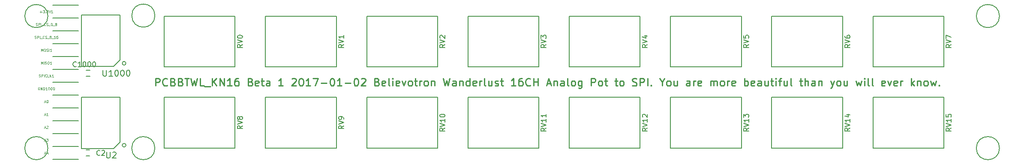
<source format=gbr>
G04 #@! TF.FileFunction,Legend,Top*
%FSLAX46Y46*%
G04 Gerber Fmt 4.6, Leading zero omitted, Abs format (unit mm)*
G04 Created by KiCad (PCBNEW 4.0.4-stable) date 01/02/17 17:56:56*
%MOMM*%
%LPD*%
G01*
G04 APERTURE LIST*
%ADD10C,0.100000*%
%ADD11C,0.250000*%
%ADD12C,0.150000*%
%ADD13C,0.125000*%
G04 APERTURE END LIST*
D10*
D11*
X26519143Y15323429D02*
X26519143Y16823429D01*
X27090571Y16823429D01*
X27233429Y16752000D01*
X27304857Y16680571D01*
X27376286Y16537714D01*
X27376286Y16323429D01*
X27304857Y16180571D01*
X27233429Y16109143D01*
X27090571Y16037714D01*
X26519143Y16037714D01*
X28876286Y15466286D02*
X28804857Y15394857D01*
X28590571Y15323429D01*
X28447714Y15323429D01*
X28233429Y15394857D01*
X28090571Y15537714D01*
X28019143Y15680571D01*
X27947714Y15966286D01*
X27947714Y16180571D01*
X28019143Y16466286D01*
X28090571Y16609143D01*
X28233429Y16752000D01*
X28447714Y16823429D01*
X28590571Y16823429D01*
X28804857Y16752000D01*
X28876286Y16680571D01*
X30019143Y16109143D02*
X30233429Y16037714D01*
X30304857Y15966286D01*
X30376286Y15823429D01*
X30376286Y15609143D01*
X30304857Y15466286D01*
X30233429Y15394857D01*
X30090571Y15323429D01*
X29519143Y15323429D01*
X29519143Y16823429D01*
X30019143Y16823429D01*
X30162000Y16752000D01*
X30233429Y16680571D01*
X30304857Y16537714D01*
X30304857Y16394857D01*
X30233429Y16252000D01*
X30162000Y16180571D01*
X30019143Y16109143D01*
X29519143Y16109143D01*
X31519143Y16109143D02*
X31733429Y16037714D01*
X31804857Y15966286D01*
X31876286Y15823429D01*
X31876286Y15609143D01*
X31804857Y15466286D01*
X31733429Y15394857D01*
X31590571Y15323429D01*
X31019143Y15323429D01*
X31019143Y16823429D01*
X31519143Y16823429D01*
X31662000Y16752000D01*
X31733429Y16680571D01*
X31804857Y16537714D01*
X31804857Y16394857D01*
X31733429Y16252000D01*
X31662000Y16180571D01*
X31519143Y16109143D01*
X31019143Y16109143D01*
X32304857Y16823429D02*
X33162000Y16823429D01*
X32733429Y15323429D02*
X32733429Y16823429D01*
X33519143Y16823429D02*
X33876286Y15323429D01*
X34162000Y16394857D01*
X34447714Y15323429D01*
X34804857Y16823429D01*
X36090572Y15323429D02*
X35376286Y15323429D01*
X35376286Y16823429D01*
X36233429Y15180571D02*
X37376286Y15180571D01*
X37733429Y15323429D02*
X37733429Y16823429D01*
X38590572Y15323429D02*
X37947715Y16180571D01*
X38590572Y16823429D02*
X37733429Y15966286D01*
X39233429Y15323429D02*
X39233429Y16823429D01*
X40090572Y15323429D01*
X40090572Y16823429D01*
X41590572Y15323429D02*
X40733429Y15323429D01*
X41162001Y15323429D02*
X41162001Y16823429D01*
X41019144Y16609143D01*
X40876286Y16466286D01*
X40733429Y16394857D01*
X42876286Y16823429D02*
X42590572Y16823429D01*
X42447715Y16752000D01*
X42376286Y16680571D01*
X42233429Y16466286D01*
X42162000Y16180571D01*
X42162000Y15609143D01*
X42233429Y15466286D01*
X42304857Y15394857D01*
X42447715Y15323429D01*
X42733429Y15323429D01*
X42876286Y15394857D01*
X42947715Y15466286D01*
X43019143Y15609143D01*
X43019143Y15966286D01*
X42947715Y16109143D01*
X42876286Y16180571D01*
X42733429Y16252000D01*
X42447715Y16252000D01*
X42304857Y16180571D01*
X42233429Y16109143D01*
X42162000Y15966286D01*
X45304857Y16109143D02*
X45519143Y16037714D01*
X45590571Y15966286D01*
X45662000Y15823429D01*
X45662000Y15609143D01*
X45590571Y15466286D01*
X45519143Y15394857D01*
X45376285Y15323429D01*
X44804857Y15323429D01*
X44804857Y16823429D01*
X45304857Y16823429D01*
X45447714Y16752000D01*
X45519143Y16680571D01*
X45590571Y16537714D01*
X45590571Y16394857D01*
X45519143Y16252000D01*
X45447714Y16180571D01*
X45304857Y16109143D01*
X44804857Y16109143D01*
X46876285Y15394857D02*
X46733428Y15323429D01*
X46447714Y15323429D01*
X46304857Y15394857D01*
X46233428Y15537714D01*
X46233428Y16109143D01*
X46304857Y16252000D01*
X46447714Y16323429D01*
X46733428Y16323429D01*
X46876285Y16252000D01*
X46947714Y16109143D01*
X46947714Y15966286D01*
X46233428Y15823429D01*
X47376285Y16323429D02*
X47947714Y16323429D01*
X47590571Y16823429D02*
X47590571Y15537714D01*
X47661999Y15394857D01*
X47804857Y15323429D01*
X47947714Y15323429D01*
X49090571Y15323429D02*
X49090571Y16109143D01*
X49019142Y16252000D01*
X48876285Y16323429D01*
X48590571Y16323429D01*
X48447714Y16252000D01*
X49090571Y15394857D02*
X48947714Y15323429D01*
X48590571Y15323429D01*
X48447714Y15394857D01*
X48376285Y15537714D01*
X48376285Y15680571D01*
X48447714Y15823429D01*
X48590571Y15894857D01*
X48947714Y15894857D01*
X49090571Y15966286D01*
X51733428Y15323429D02*
X50876285Y15323429D01*
X51304857Y15323429D02*
X51304857Y16823429D01*
X51162000Y16609143D01*
X51019142Y16466286D01*
X50876285Y16394857D01*
X53447713Y16680571D02*
X53519142Y16752000D01*
X53661999Y16823429D01*
X54019142Y16823429D01*
X54161999Y16752000D01*
X54233428Y16680571D01*
X54304856Y16537714D01*
X54304856Y16394857D01*
X54233428Y16180571D01*
X53376285Y15323429D01*
X54304856Y15323429D01*
X55233427Y16823429D02*
X55376284Y16823429D01*
X55519141Y16752000D01*
X55590570Y16680571D01*
X55661999Y16537714D01*
X55733427Y16252000D01*
X55733427Y15894857D01*
X55661999Y15609143D01*
X55590570Y15466286D01*
X55519141Y15394857D01*
X55376284Y15323429D01*
X55233427Y15323429D01*
X55090570Y15394857D01*
X55019141Y15466286D01*
X54947713Y15609143D01*
X54876284Y15894857D01*
X54876284Y16252000D01*
X54947713Y16537714D01*
X55019141Y16680571D01*
X55090570Y16752000D01*
X55233427Y16823429D01*
X57161998Y15323429D02*
X56304855Y15323429D01*
X56733427Y15323429D02*
X56733427Y16823429D01*
X56590570Y16609143D01*
X56447712Y16466286D01*
X56304855Y16394857D01*
X57661998Y16823429D02*
X58661998Y16823429D01*
X58019141Y15323429D01*
X59233426Y15894857D02*
X60376283Y15894857D01*
X61376283Y16823429D02*
X61519140Y16823429D01*
X61661997Y16752000D01*
X61733426Y16680571D01*
X61804855Y16537714D01*
X61876283Y16252000D01*
X61876283Y15894857D01*
X61804855Y15609143D01*
X61733426Y15466286D01*
X61661997Y15394857D01*
X61519140Y15323429D01*
X61376283Y15323429D01*
X61233426Y15394857D01*
X61161997Y15466286D01*
X61090569Y15609143D01*
X61019140Y15894857D01*
X61019140Y16252000D01*
X61090569Y16537714D01*
X61161997Y16680571D01*
X61233426Y16752000D01*
X61376283Y16823429D01*
X63304854Y15323429D02*
X62447711Y15323429D01*
X62876283Y15323429D02*
X62876283Y16823429D01*
X62733426Y16609143D01*
X62590568Y16466286D01*
X62447711Y16394857D01*
X63947711Y15894857D02*
X65090568Y15894857D01*
X66090568Y16823429D02*
X66233425Y16823429D01*
X66376282Y16752000D01*
X66447711Y16680571D01*
X66519140Y16537714D01*
X66590568Y16252000D01*
X66590568Y15894857D01*
X66519140Y15609143D01*
X66447711Y15466286D01*
X66376282Y15394857D01*
X66233425Y15323429D01*
X66090568Y15323429D01*
X65947711Y15394857D01*
X65876282Y15466286D01*
X65804854Y15609143D01*
X65733425Y15894857D01*
X65733425Y16252000D01*
X65804854Y16537714D01*
X65876282Y16680571D01*
X65947711Y16752000D01*
X66090568Y16823429D01*
X67161996Y16680571D02*
X67233425Y16752000D01*
X67376282Y16823429D01*
X67733425Y16823429D01*
X67876282Y16752000D01*
X67947711Y16680571D01*
X68019139Y16537714D01*
X68019139Y16394857D01*
X67947711Y16180571D01*
X67090568Y15323429D01*
X68019139Y15323429D01*
X70304853Y16109143D02*
X70519139Y16037714D01*
X70590567Y15966286D01*
X70661996Y15823429D01*
X70661996Y15609143D01*
X70590567Y15466286D01*
X70519139Y15394857D01*
X70376281Y15323429D01*
X69804853Y15323429D01*
X69804853Y16823429D01*
X70304853Y16823429D01*
X70447710Y16752000D01*
X70519139Y16680571D01*
X70590567Y16537714D01*
X70590567Y16394857D01*
X70519139Y16252000D01*
X70447710Y16180571D01*
X70304853Y16109143D01*
X69804853Y16109143D01*
X71876281Y15394857D02*
X71733424Y15323429D01*
X71447710Y15323429D01*
X71304853Y15394857D01*
X71233424Y15537714D01*
X71233424Y16109143D01*
X71304853Y16252000D01*
X71447710Y16323429D01*
X71733424Y16323429D01*
X71876281Y16252000D01*
X71947710Y16109143D01*
X71947710Y15966286D01*
X71233424Y15823429D01*
X72804853Y15323429D02*
X72661995Y15394857D01*
X72590567Y15537714D01*
X72590567Y16823429D01*
X73376281Y15323429D02*
X73376281Y16323429D01*
X73376281Y16823429D02*
X73304852Y16752000D01*
X73376281Y16680571D01*
X73447709Y16752000D01*
X73376281Y16823429D01*
X73376281Y16680571D01*
X74661995Y15394857D02*
X74519138Y15323429D01*
X74233424Y15323429D01*
X74090567Y15394857D01*
X74019138Y15537714D01*
X74019138Y16109143D01*
X74090567Y16252000D01*
X74233424Y16323429D01*
X74519138Y16323429D01*
X74661995Y16252000D01*
X74733424Y16109143D01*
X74733424Y15966286D01*
X74019138Y15823429D01*
X75233424Y16323429D02*
X75590567Y15323429D01*
X75947709Y16323429D01*
X76733424Y15323429D02*
X76590566Y15394857D01*
X76519138Y15466286D01*
X76447709Y15609143D01*
X76447709Y16037714D01*
X76519138Y16180571D01*
X76590566Y16252000D01*
X76733424Y16323429D01*
X76947709Y16323429D01*
X77090566Y16252000D01*
X77161995Y16180571D01*
X77233424Y16037714D01*
X77233424Y15609143D01*
X77161995Y15466286D01*
X77090566Y15394857D01*
X76947709Y15323429D01*
X76733424Y15323429D01*
X77661995Y16323429D02*
X78233424Y16323429D01*
X77876281Y16823429D02*
X77876281Y15537714D01*
X77947709Y15394857D01*
X78090567Y15323429D01*
X78233424Y15323429D01*
X78733424Y15323429D02*
X78733424Y16323429D01*
X78733424Y16037714D02*
X78804852Y16180571D01*
X78876281Y16252000D01*
X79019138Y16323429D01*
X79161995Y16323429D01*
X79876281Y15323429D02*
X79733423Y15394857D01*
X79661995Y15466286D01*
X79590566Y15609143D01*
X79590566Y16037714D01*
X79661995Y16180571D01*
X79733423Y16252000D01*
X79876281Y16323429D01*
X80090566Y16323429D01*
X80233423Y16252000D01*
X80304852Y16180571D01*
X80376281Y16037714D01*
X80376281Y15609143D01*
X80304852Y15466286D01*
X80233423Y15394857D01*
X80090566Y15323429D01*
X79876281Y15323429D01*
X81019138Y16323429D02*
X81019138Y15323429D01*
X81019138Y16180571D02*
X81090566Y16252000D01*
X81233424Y16323429D01*
X81447709Y16323429D01*
X81590566Y16252000D01*
X81661995Y16109143D01*
X81661995Y15323429D01*
X83376281Y16823429D02*
X83733424Y15323429D01*
X84019138Y16394857D01*
X84304852Y15323429D01*
X84661995Y16823429D01*
X85876281Y15323429D02*
X85876281Y16109143D01*
X85804852Y16252000D01*
X85661995Y16323429D01*
X85376281Y16323429D01*
X85233424Y16252000D01*
X85876281Y15394857D02*
X85733424Y15323429D01*
X85376281Y15323429D01*
X85233424Y15394857D01*
X85161995Y15537714D01*
X85161995Y15680571D01*
X85233424Y15823429D01*
X85376281Y15894857D01*
X85733424Y15894857D01*
X85876281Y15966286D01*
X86590567Y16323429D02*
X86590567Y15323429D01*
X86590567Y16180571D02*
X86661995Y16252000D01*
X86804853Y16323429D01*
X87019138Y16323429D01*
X87161995Y16252000D01*
X87233424Y16109143D01*
X87233424Y15323429D01*
X88590567Y15323429D02*
X88590567Y16823429D01*
X88590567Y15394857D02*
X88447710Y15323429D01*
X88161996Y15323429D01*
X88019138Y15394857D01*
X87947710Y15466286D01*
X87876281Y15609143D01*
X87876281Y16037714D01*
X87947710Y16180571D01*
X88019138Y16252000D01*
X88161996Y16323429D01*
X88447710Y16323429D01*
X88590567Y16252000D01*
X89876281Y15394857D02*
X89733424Y15323429D01*
X89447710Y15323429D01*
X89304853Y15394857D01*
X89233424Y15537714D01*
X89233424Y16109143D01*
X89304853Y16252000D01*
X89447710Y16323429D01*
X89733424Y16323429D01*
X89876281Y16252000D01*
X89947710Y16109143D01*
X89947710Y15966286D01*
X89233424Y15823429D01*
X90590567Y15323429D02*
X90590567Y16323429D01*
X90590567Y16037714D02*
X90661995Y16180571D01*
X90733424Y16252000D01*
X90876281Y16323429D01*
X91019138Y16323429D01*
X91733424Y15323429D02*
X91590566Y15394857D01*
X91519138Y15537714D01*
X91519138Y16823429D01*
X92947709Y16323429D02*
X92947709Y15323429D01*
X92304852Y16323429D02*
X92304852Y15537714D01*
X92376280Y15394857D01*
X92519138Y15323429D01*
X92733423Y15323429D01*
X92876280Y15394857D01*
X92947709Y15466286D01*
X93590566Y15394857D02*
X93733423Y15323429D01*
X94019138Y15323429D01*
X94161995Y15394857D01*
X94233423Y15537714D01*
X94233423Y15609143D01*
X94161995Y15752000D01*
X94019138Y15823429D01*
X93804852Y15823429D01*
X93661995Y15894857D01*
X93590566Y16037714D01*
X93590566Y16109143D01*
X93661995Y16252000D01*
X93804852Y16323429D01*
X94019138Y16323429D01*
X94161995Y16252000D01*
X94661995Y16323429D02*
X95233424Y16323429D01*
X94876281Y16823429D02*
X94876281Y15537714D01*
X94947709Y15394857D01*
X95090567Y15323429D01*
X95233424Y15323429D01*
X97661995Y15323429D02*
X96804852Y15323429D01*
X97233424Y15323429D02*
X97233424Y16823429D01*
X97090567Y16609143D01*
X96947709Y16466286D01*
X96804852Y16394857D01*
X98947709Y16823429D02*
X98661995Y16823429D01*
X98519138Y16752000D01*
X98447709Y16680571D01*
X98304852Y16466286D01*
X98233423Y16180571D01*
X98233423Y15609143D01*
X98304852Y15466286D01*
X98376280Y15394857D01*
X98519138Y15323429D01*
X98804852Y15323429D01*
X98947709Y15394857D01*
X99019138Y15466286D01*
X99090566Y15609143D01*
X99090566Y15966286D01*
X99019138Y16109143D01*
X98947709Y16180571D01*
X98804852Y16252000D01*
X98519138Y16252000D01*
X98376280Y16180571D01*
X98304852Y16109143D01*
X98233423Y15966286D01*
X100590566Y15466286D02*
X100519137Y15394857D01*
X100304851Y15323429D01*
X100161994Y15323429D01*
X99947709Y15394857D01*
X99804851Y15537714D01*
X99733423Y15680571D01*
X99661994Y15966286D01*
X99661994Y16180571D01*
X99733423Y16466286D01*
X99804851Y16609143D01*
X99947709Y16752000D01*
X100161994Y16823429D01*
X100304851Y16823429D01*
X100519137Y16752000D01*
X100590566Y16680571D01*
X101233423Y15323429D02*
X101233423Y16823429D01*
X101233423Y16109143D02*
X102090566Y16109143D01*
X102090566Y15323429D02*
X102090566Y16823429D01*
X103876280Y15752000D02*
X104590566Y15752000D01*
X103733423Y15323429D02*
X104233423Y16823429D01*
X104733423Y15323429D01*
X105233423Y16323429D02*
X105233423Y15323429D01*
X105233423Y16180571D02*
X105304851Y16252000D01*
X105447709Y16323429D01*
X105661994Y16323429D01*
X105804851Y16252000D01*
X105876280Y16109143D01*
X105876280Y15323429D01*
X107233423Y15323429D02*
X107233423Y16109143D01*
X107161994Y16252000D01*
X107019137Y16323429D01*
X106733423Y16323429D01*
X106590566Y16252000D01*
X107233423Y15394857D02*
X107090566Y15323429D01*
X106733423Y15323429D01*
X106590566Y15394857D01*
X106519137Y15537714D01*
X106519137Y15680571D01*
X106590566Y15823429D01*
X106733423Y15894857D01*
X107090566Y15894857D01*
X107233423Y15966286D01*
X108161995Y15323429D02*
X108019137Y15394857D01*
X107947709Y15537714D01*
X107947709Y16823429D01*
X108947709Y15323429D02*
X108804851Y15394857D01*
X108733423Y15466286D01*
X108661994Y15609143D01*
X108661994Y16037714D01*
X108733423Y16180571D01*
X108804851Y16252000D01*
X108947709Y16323429D01*
X109161994Y16323429D01*
X109304851Y16252000D01*
X109376280Y16180571D01*
X109447709Y16037714D01*
X109447709Y15609143D01*
X109376280Y15466286D01*
X109304851Y15394857D01*
X109161994Y15323429D01*
X108947709Y15323429D01*
X110733423Y16323429D02*
X110733423Y15109143D01*
X110661994Y14966286D01*
X110590566Y14894857D01*
X110447709Y14823429D01*
X110233423Y14823429D01*
X110090566Y14894857D01*
X110733423Y15394857D02*
X110590566Y15323429D01*
X110304852Y15323429D01*
X110161994Y15394857D01*
X110090566Y15466286D01*
X110019137Y15609143D01*
X110019137Y16037714D01*
X110090566Y16180571D01*
X110161994Y16252000D01*
X110304852Y16323429D01*
X110590566Y16323429D01*
X110733423Y16252000D01*
X112590566Y15323429D02*
X112590566Y16823429D01*
X113161994Y16823429D01*
X113304852Y16752000D01*
X113376280Y16680571D01*
X113447709Y16537714D01*
X113447709Y16323429D01*
X113376280Y16180571D01*
X113304852Y16109143D01*
X113161994Y16037714D01*
X112590566Y16037714D01*
X114304852Y15323429D02*
X114161994Y15394857D01*
X114090566Y15466286D01*
X114019137Y15609143D01*
X114019137Y16037714D01*
X114090566Y16180571D01*
X114161994Y16252000D01*
X114304852Y16323429D01*
X114519137Y16323429D01*
X114661994Y16252000D01*
X114733423Y16180571D01*
X114804852Y16037714D01*
X114804852Y15609143D01*
X114733423Y15466286D01*
X114661994Y15394857D01*
X114519137Y15323429D01*
X114304852Y15323429D01*
X115233423Y16323429D02*
X115804852Y16323429D01*
X115447709Y16823429D02*
X115447709Y15537714D01*
X115519137Y15394857D01*
X115661995Y15323429D01*
X115804852Y15323429D01*
X117233423Y16323429D02*
X117804852Y16323429D01*
X117447709Y16823429D02*
X117447709Y15537714D01*
X117519137Y15394857D01*
X117661995Y15323429D01*
X117804852Y15323429D01*
X118519138Y15323429D02*
X118376280Y15394857D01*
X118304852Y15466286D01*
X118233423Y15609143D01*
X118233423Y16037714D01*
X118304852Y16180571D01*
X118376280Y16252000D01*
X118519138Y16323429D01*
X118733423Y16323429D01*
X118876280Y16252000D01*
X118947709Y16180571D01*
X119019138Y16037714D01*
X119019138Y15609143D01*
X118947709Y15466286D01*
X118876280Y15394857D01*
X118733423Y15323429D01*
X118519138Y15323429D01*
X120733423Y15394857D02*
X120947709Y15323429D01*
X121304852Y15323429D01*
X121447709Y15394857D01*
X121519138Y15466286D01*
X121590566Y15609143D01*
X121590566Y15752000D01*
X121519138Y15894857D01*
X121447709Y15966286D01*
X121304852Y16037714D01*
X121019138Y16109143D01*
X120876280Y16180571D01*
X120804852Y16252000D01*
X120733423Y16394857D01*
X120733423Y16537714D01*
X120804852Y16680571D01*
X120876280Y16752000D01*
X121019138Y16823429D01*
X121376280Y16823429D01*
X121590566Y16752000D01*
X122233423Y15323429D02*
X122233423Y16823429D01*
X122804851Y16823429D01*
X122947709Y16752000D01*
X123019137Y16680571D01*
X123090566Y16537714D01*
X123090566Y16323429D01*
X123019137Y16180571D01*
X122947709Y16109143D01*
X122804851Y16037714D01*
X122233423Y16037714D01*
X123733423Y15323429D02*
X123733423Y16823429D01*
X124447709Y15466286D02*
X124519137Y15394857D01*
X124447709Y15323429D01*
X124376280Y15394857D01*
X124447709Y15466286D01*
X124447709Y15323429D01*
X126590566Y16037714D02*
X126590566Y15323429D01*
X126090566Y16823429D02*
X126590566Y16037714D01*
X127090566Y16823429D01*
X127804852Y15323429D02*
X127661994Y15394857D01*
X127590566Y15466286D01*
X127519137Y15609143D01*
X127519137Y16037714D01*
X127590566Y16180571D01*
X127661994Y16252000D01*
X127804852Y16323429D01*
X128019137Y16323429D01*
X128161994Y16252000D01*
X128233423Y16180571D01*
X128304852Y16037714D01*
X128304852Y15609143D01*
X128233423Y15466286D01*
X128161994Y15394857D01*
X128019137Y15323429D01*
X127804852Y15323429D01*
X129590566Y16323429D02*
X129590566Y15323429D01*
X128947709Y16323429D02*
X128947709Y15537714D01*
X129019137Y15394857D01*
X129161995Y15323429D01*
X129376280Y15323429D01*
X129519137Y15394857D01*
X129590566Y15466286D01*
X132090566Y15323429D02*
X132090566Y16109143D01*
X132019137Y16252000D01*
X131876280Y16323429D01*
X131590566Y16323429D01*
X131447709Y16252000D01*
X132090566Y15394857D02*
X131947709Y15323429D01*
X131590566Y15323429D01*
X131447709Y15394857D01*
X131376280Y15537714D01*
X131376280Y15680571D01*
X131447709Y15823429D01*
X131590566Y15894857D01*
X131947709Y15894857D01*
X132090566Y15966286D01*
X132804852Y15323429D02*
X132804852Y16323429D01*
X132804852Y16037714D02*
X132876280Y16180571D01*
X132947709Y16252000D01*
X133090566Y16323429D01*
X133233423Y16323429D01*
X134304851Y15394857D02*
X134161994Y15323429D01*
X133876280Y15323429D01*
X133733423Y15394857D01*
X133661994Y15537714D01*
X133661994Y16109143D01*
X133733423Y16252000D01*
X133876280Y16323429D01*
X134161994Y16323429D01*
X134304851Y16252000D01*
X134376280Y16109143D01*
X134376280Y15966286D01*
X133661994Y15823429D01*
X136161994Y15323429D02*
X136161994Y16323429D01*
X136161994Y16180571D02*
X136233422Y16252000D01*
X136376280Y16323429D01*
X136590565Y16323429D01*
X136733422Y16252000D01*
X136804851Y16109143D01*
X136804851Y15323429D01*
X136804851Y16109143D02*
X136876280Y16252000D01*
X137019137Y16323429D01*
X137233422Y16323429D01*
X137376280Y16252000D01*
X137447708Y16109143D01*
X137447708Y15323429D01*
X138376280Y15323429D02*
X138233422Y15394857D01*
X138161994Y15466286D01*
X138090565Y15609143D01*
X138090565Y16037714D01*
X138161994Y16180571D01*
X138233422Y16252000D01*
X138376280Y16323429D01*
X138590565Y16323429D01*
X138733422Y16252000D01*
X138804851Y16180571D01*
X138876280Y16037714D01*
X138876280Y15609143D01*
X138804851Y15466286D01*
X138733422Y15394857D01*
X138590565Y15323429D01*
X138376280Y15323429D01*
X139519137Y15323429D02*
X139519137Y16323429D01*
X139519137Y16037714D02*
X139590565Y16180571D01*
X139661994Y16252000D01*
X139804851Y16323429D01*
X139947708Y16323429D01*
X141019136Y15394857D02*
X140876279Y15323429D01*
X140590565Y15323429D01*
X140447708Y15394857D01*
X140376279Y15537714D01*
X140376279Y16109143D01*
X140447708Y16252000D01*
X140590565Y16323429D01*
X140876279Y16323429D01*
X141019136Y16252000D01*
X141090565Y16109143D01*
X141090565Y15966286D01*
X140376279Y15823429D01*
X142876279Y15323429D02*
X142876279Y16823429D01*
X142876279Y16252000D02*
X143019136Y16323429D01*
X143304850Y16323429D01*
X143447707Y16252000D01*
X143519136Y16180571D01*
X143590565Y16037714D01*
X143590565Y15609143D01*
X143519136Y15466286D01*
X143447707Y15394857D01*
X143304850Y15323429D01*
X143019136Y15323429D01*
X142876279Y15394857D01*
X144804850Y15394857D02*
X144661993Y15323429D01*
X144376279Y15323429D01*
X144233422Y15394857D01*
X144161993Y15537714D01*
X144161993Y16109143D01*
X144233422Y16252000D01*
X144376279Y16323429D01*
X144661993Y16323429D01*
X144804850Y16252000D01*
X144876279Y16109143D01*
X144876279Y15966286D01*
X144161993Y15823429D01*
X146161993Y15323429D02*
X146161993Y16109143D01*
X146090564Y16252000D01*
X145947707Y16323429D01*
X145661993Y16323429D01*
X145519136Y16252000D01*
X146161993Y15394857D02*
X146019136Y15323429D01*
X145661993Y15323429D01*
X145519136Y15394857D01*
X145447707Y15537714D01*
X145447707Y15680571D01*
X145519136Y15823429D01*
X145661993Y15894857D01*
X146019136Y15894857D01*
X146161993Y15966286D01*
X147519136Y16323429D02*
X147519136Y15323429D01*
X146876279Y16323429D02*
X146876279Y15537714D01*
X146947707Y15394857D01*
X147090565Y15323429D01*
X147304850Y15323429D01*
X147447707Y15394857D01*
X147519136Y15466286D01*
X148019136Y16323429D02*
X148590565Y16323429D01*
X148233422Y16823429D02*
X148233422Y15537714D01*
X148304850Y15394857D01*
X148447708Y15323429D01*
X148590565Y15323429D01*
X149090565Y15323429D02*
X149090565Y16323429D01*
X149090565Y16823429D02*
X149019136Y16752000D01*
X149090565Y16680571D01*
X149161993Y16752000D01*
X149090565Y16823429D01*
X149090565Y16680571D01*
X149590565Y16323429D02*
X150161994Y16323429D01*
X149804851Y15323429D02*
X149804851Y16609143D01*
X149876279Y16752000D01*
X150019137Y16823429D01*
X150161994Y16823429D01*
X151304851Y16323429D02*
X151304851Y15323429D01*
X150661994Y16323429D02*
X150661994Y15537714D01*
X150733422Y15394857D01*
X150876280Y15323429D01*
X151090565Y15323429D01*
X151233422Y15394857D01*
X151304851Y15466286D01*
X152233423Y15323429D02*
X152090565Y15394857D01*
X152019137Y15537714D01*
X152019137Y16823429D01*
X153733422Y16323429D02*
X154304851Y16323429D01*
X153947708Y16823429D02*
X153947708Y15537714D01*
X154019136Y15394857D01*
X154161994Y15323429D01*
X154304851Y15323429D01*
X154804851Y15323429D02*
X154804851Y16823429D01*
X155447708Y15323429D02*
X155447708Y16109143D01*
X155376279Y16252000D01*
X155233422Y16323429D01*
X155019137Y16323429D01*
X154876279Y16252000D01*
X154804851Y16180571D01*
X156804851Y15323429D02*
X156804851Y16109143D01*
X156733422Y16252000D01*
X156590565Y16323429D01*
X156304851Y16323429D01*
X156161994Y16252000D01*
X156804851Y15394857D02*
X156661994Y15323429D01*
X156304851Y15323429D01*
X156161994Y15394857D01*
X156090565Y15537714D01*
X156090565Y15680571D01*
X156161994Y15823429D01*
X156304851Y15894857D01*
X156661994Y15894857D01*
X156804851Y15966286D01*
X157519137Y16323429D02*
X157519137Y15323429D01*
X157519137Y16180571D02*
X157590565Y16252000D01*
X157733423Y16323429D01*
X157947708Y16323429D01*
X158090565Y16252000D01*
X158161994Y16109143D01*
X158161994Y15323429D01*
X159876280Y16323429D02*
X160233423Y15323429D01*
X160590565Y16323429D02*
X160233423Y15323429D01*
X160090565Y14966286D01*
X160019137Y14894857D01*
X159876280Y14823429D01*
X161376280Y15323429D02*
X161233422Y15394857D01*
X161161994Y15466286D01*
X161090565Y15609143D01*
X161090565Y16037714D01*
X161161994Y16180571D01*
X161233422Y16252000D01*
X161376280Y16323429D01*
X161590565Y16323429D01*
X161733422Y16252000D01*
X161804851Y16180571D01*
X161876280Y16037714D01*
X161876280Y15609143D01*
X161804851Y15466286D01*
X161733422Y15394857D01*
X161590565Y15323429D01*
X161376280Y15323429D01*
X163161994Y16323429D02*
X163161994Y15323429D01*
X162519137Y16323429D02*
X162519137Y15537714D01*
X162590565Y15394857D01*
X162733423Y15323429D01*
X162947708Y15323429D01*
X163090565Y15394857D01*
X163161994Y15466286D01*
X164876280Y16323429D02*
X165161994Y15323429D01*
X165447708Y16037714D01*
X165733423Y15323429D01*
X166019137Y16323429D01*
X166590566Y15323429D02*
X166590566Y16323429D01*
X166590566Y16823429D02*
X166519137Y16752000D01*
X166590566Y16680571D01*
X166661994Y16752000D01*
X166590566Y16823429D01*
X166590566Y16680571D01*
X167519138Y15323429D02*
X167376280Y15394857D01*
X167304852Y15537714D01*
X167304852Y16823429D01*
X168304852Y15323429D02*
X168161994Y15394857D01*
X168090566Y15537714D01*
X168090566Y16823429D01*
X170590565Y15394857D02*
X170447708Y15323429D01*
X170161994Y15323429D01*
X170019137Y15394857D01*
X169947708Y15537714D01*
X169947708Y16109143D01*
X170019137Y16252000D01*
X170161994Y16323429D01*
X170447708Y16323429D01*
X170590565Y16252000D01*
X170661994Y16109143D01*
X170661994Y15966286D01*
X169947708Y15823429D01*
X171161994Y16323429D02*
X171519137Y15323429D01*
X171876279Y16323429D01*
X173019136Y15394857D02*
X172876279Y15323429D01*
X172590565Y15323429D01*
X172447708Y15394857D01*
X172376279Y15537714D01*
X172376279Y16109143D01*
X172447708Y16252000D01*
X172590565Y16323429D01*
X172876279Y16323429D01*
X173019136Y16252000D01*
X173090565Y16109143D01*
X173090565Y15966286D01*
X172376279Y15823429D01*
X173733422Y15323429D02*
X173733422Y16323429D01*
X173733422Y16037714D02*
X173804850Y16180571D01*
X173876279Y16252000D01*
X174019136Y16323429D01*
X174161993Y16323429D01*
X175804850Y15323429D02*
X175804850Y16823429D01*
X175947707Y15894857D02*
X176376278Y15323429D01*
X176376278Y16323429D02*
X175804850Y15752000D01*
X177019136Y16323429D02*
X177019136Y15323429D01*
X177019136Y16180571D02*
X177090564Y16252000D01*
X177233422Y16323429D01*
X177447707Y16323429D01*
X177590564Y16252000D01*
X177661993Y16109143D01*
X177661993Y15323429D01*
X178590565Y15323429D02*
X178447707Y15394857D01*
X178376279Y15466286D01*
X178304850Y15609143D01*
X178304850Y16037714D01*
X178376279Y16180571D01*
X178447707Y16252000D01*
X178590565Y16323429D01*
X178804850Y16323429D01*
X178947707Y16252000D01*
X179019136Y16180571D01*
X179090565Y16037714D01*
X179090565Y15609143D01*
X179019136Y15466286D01*
X178947707Y15394857D01*
X178804850Y15323429D01*
X178590565Y15323429D01*
X179590565Y16323429D02*
X179876279Y15323429D01*
X180161993Y16037714D01*
X180447708Y15323429D01*
X180733422Y16323429D01*
X181304851Y15466286D02*
X181376279Y15394857D01*
X181304851Y15323429D01*
X181233422Y15394857D01*
X181304851Y15466286D01*
X181304851Y15323429D01*
D12*
X20691210Y19792600D02*
G75*
G03X20691210Y19792600I-359210J0D01*
G01*
X19570000Y29317600D02*
X11950000Y29317600D01*
X19570000Y20427600D02*
X19570000Y29317600D01*
X18300000Y19157600D02*
X19570000Y20427600D01*
X11950000Y19157600D02*
X18300000Y19157600D01*
X11950000Y29317600D02*
X11950000Y19157600D01*
X20691210Y3586400D02*
G75*
G03X20691210Y3586400I-359210J0D01*
G01*
X19570000Y13111400D02*
X11950000Y13111400D01*
X19570000Y4221400D02*
X19570000Y13111400D01*
X18300000Y2951400D02*
X19570000Y4221400D01*
X11950000Y2951400D02*
X18300000Y2951400D01*
X11950000Y13111400D02*
X11950000Y2951400D01*
X26416000Y29210000D02*
G75*
G03X26416000Y29210000I-2286000J0D01*
G01*
X26416000Y3000000D02*
G75*
G03X26416000Y3000000I-2286000J0D01*
G01*
X5286000Y29125000D02*
G75*
G03X5286000Y29125000I-2286000J0D01*
G01*
X5286000Y3000000D02*
G75*
G03X5286000Y3000000I-2286000J0D01*
G01*
X193246000Y3000000D02*
G75*
G03X193246000Y3000000I-2286000J0D01*
G01*
X108254800Y29094000D02*
X110254800Y29094000D01*
X108254800Y19094000D02*
X110254800Y19094000D01*
X109754800Y29094000D02*
X122254800Y29094000D01*
X108254800Y19094000D02*
X108254800Y29094000D01*
X122254800Y19094000D02*
X109754800Y19094000D01*
X122254800Y29094000D02*
X122254800Y19094000D01*
X168254800Y29094000D02*
X170254800Y29094000D01*
X168254800Y19094000D02*
X170254800Y19094000D01*
X169754800Y29094000D02*
X182254800Y29094000D01*
X168254800Y19094000D02*
X168254800Y29094000D01*
X182254800Y19094000D02*
X169754800Y19094000D01*
X182254800Y29094000D02*
X182254800Y19094000D01*
X28254800Y29094000D02*
X30254800Y29094000D01*
X28254800Y19094000D02*
X30254800Y19094000D01*
X29754800Y29094000D02*
X42254800Y29094000D01*
X28254800Y19094000D02*
X28254800Y29094000D01*
X42254800Y19094000D02*
X29754800Y19094000D01*
X42254800Y29094000D02*
X42254800Y19094000D01*
X48254800Y29094000D02*
X50254800Y29094000D01*
X48254800Y19094000D02*
X50254800Y19094000D01*
X49754800Y29094000D02*
X62254800Y29094000D01*
X48254800Y19094000D02*
X48254800Y29094000D01*
X62254800Y19094000D02*
X49754800Y19094000D01*
X62254800Y29094000D02*
X62254800Y19094000D01*
X68254800Y29094000D02*
X70254800Y29094000D01*
X68254800Y19094000D02*
X70254800Y19094000D01*
X69754800Y29094000D02*
X82254800Y29094000D01*
X68254800Y19094000D02*
X68254800Y29094000D01*
X82254800Y19094000D02*
X69754800Y19094000D01*
X82254800Y29094000D02*
X82254800Y19094000D01*
X88254800Y29094000D02*
X90254800Y29094000D01*
X88254800Y19094000D02*
X90254800Y19094000D01*
X89754800Y29094000D02*
X102254800Y29094000D01*
X88254800Y19094000D02*
X88254800Y29094000D01*
X102254800Y19094000D02*
X89754800Y19094000D01*
X102254800Y29094000D02*
X102254800Y19094000D01*
X128254800Y29094000D02*
X130254800Y29094000D01*
X128254800Y19094000D02*
X130254800Y19094000D01*
X129754800Y29094000D02*
X142254800Y29094000D01*
X128254800Y19094000D02*
X128254800Y29094000D01*
X142254800Y19094000D02*
X129754800Y19094000D01*
X142254800Y29094000D02*
X142254800Y19094000D01*
X148254800Y29094000D02*
X150254800Y29094000D01*
X148254800Y19094000D02*
X150254800Y19094000D01*
X149754800Y29094000D02*
X162254800Y29094000D01*
X148254800Y19094000D02*
X148254800Y29094000D01*
X162254800Y19094000D02*
X149754800Y19094000D01*
X162254800Y29094000D02*
X162254800Y19094000D01*
X13558000Y1432000D02*
X12858000Y1432000D01*
X12858000Y2632000D02*
X13558000Y2632000D01*
X28254800Y13031400D02*
X30254800Y13031400D01*
X28254800Y3031400D02*
X30254800Y3031400D01*
X29754800Y13031400D02*
X42254800Y13031400D01*
X28254800Y3031400D02*
X28254800Y13031400D01*
X42254800Y3031400D02*
X29754800Y3031400D01*
X42254800Y13031400D02*
X42254800Y3031400D01*
X48254800Y13031400D02*
X50254800Y13031400D01*
X48254800Y3031400D02*
X50254800Y3031400D01*
X49754800Y13031400D02*
X62254800Y13031400D01*
X48254800Y3031400D02*
X48254800Y13031400D01*
X62254800Y3031400D02*
X49754800Y3031400D01*
X62254800Y13031400D02*
X62254800Y3031400D01*
X68254800Y13031400D02*
X70254800Y13031400D01*
X68254800Y3031400D02*
X70254800Y3031400D01*
X69754800Y13031400D02*
X82254800Y13031400D01*
X68254800Y3031400D02*
X68254800Y13031400D01*
X82254800Y3031400D02*
X69754800Y3031400D01*
X82254800Y13031400D02*
X82254800Y3031400D01*
X88254800Y13031400D02*
X90254800Y13031400D01*
X88254800Y3031400D02*
X90254800Y3031400D01*
X89754800Y13031400D02*
X102254800Y13031400D01*
X88254800Y3031400D02*
X88254800Y13031400D01*
X102254800Y3031400D02*
X89754800Y3031400D01*
X102254800Y13031400D02*
X102254800Y3031400D01*
X108254800Y13031400D02*
X110254800Y13031400D01*
X108254800Y3031400D02*
X110254800Y3031400D01*
X109754800Y13031400D02*
X122254800Y13031400D01*
X108254800Y3031400D02*
X108254800Y13031400D01*
X122254800Y3031400D02*
X109754800Y3031400D01*
X122254800Y13031400D02*
X122254800Y3031400D01*
X128254800Y13031400D02*
X130254800Y13031400D01*
X128254800Y3031400D02*
X130254800Y3031400D01*
X129754800Y13031400D02*
X142254800Y13031400D01*
X128254800Y3031400D02*
X128254800Y13031400D01*
X142254800Y3031400D02*
X129754800Y3031400D01*
X142254800Y13031400D02*
X142254800Y3031400D01*
X148254800Y13031400D02*
X150254800Y13031400D01*
X148254800Y3031400D02*
X150254800Y3031400D01*
X149754800Y13031400D02*
X162254800Y13031400D01*
X148254800Y3031400D02*
X148254800Y13031400D01*
X162254800Y3031400D02*
X149754800Y3031400D01*
X162254800Y13031400D02*
X162254800Y3031400D01*
X168254800Y13031400D02*
X170254800Y13031400D01*
X168254800Y3031400D02*
X170254800Y3031400D01*
X169754800Y13031400D02*
X182254800Y13031400D01*
X168254800Y3031400D02*
X168254800Y13031400D01*
X182254800Y3031400D02*
X169754800Y3031400D01*
X182254800Y13031400D02*
X182254800Y3031400D01*
X193246000Y29125000D02*
G75*
G03X193246000Y29125000I-2286000J0D01*
G01*
X6223000Y28727400D02*
X11303000Y28727400D01*
X6223000Y31267400D02*
X11303000Y31267400D01*
X6223000Y10947400D02*
X11303000Y10947400D01*
X6223000Y13487400D02*
X11303000Y13487400D01*
X6223000Y8407400D02*
X11303000Y8407400D01*
X6223000Y10947400D02*
X11303000Y10947400D01*
X6223000Y5867400D02*
X11303000Y5867400D01*
X6223000Y8407400D02*
X11303000Y8407400D01*
X6223000Y3327400D02*
X11303000Y3327400D01*
X6223000Y5867400D02*
X11303000Y5867400D01*
X6223000Y787400D02*
X11303000Y787400D01*
X6223000Y3327400D02*
X11303000Y3327400D01*
X6223000Y13487400D02*
X11303000Y13487400D01*
X6223000Y16027400D02*
X11303000Y16027400D01*
X6223000Y18567400D02*
X11303000Y18567400D01*
X6223000Y21107400D02*
X11303000Y21107400D01*
X6223000Y21107400D02*
X11303000Y21107400D01*
X6223000Y23647400D02*
X11303000Y23647400D01*
X6223000Y16027400D02*
X11303000Y16027400D01*
X6223000Y18567400D02*
X11303000Y18567400D01*
X6223000Y26187400D02*
X11303000Y26187400D01*
X6223000Y28727400D02*
X11303000Y28727400D01*
X6223000Y23647400D02*
X11303000Y23647400D01*
X6223000Y26187400D02*
X11303000Y26187400D01*
X13570000Y17180000D02*
X12870000Y17180000D01*
X12870000Y18380000D02*
X13570000Y18380000D01*
X16167429Y18437143D02*
X16167429Y17465714D01*
X16224572Y17351429D01*
X16281715Y17294286D01*
X16396001Y17237143D01*
X16624572Y17237143D01*
X16738858Y17294286D01*
X16796001Y17351429D01*
X16853144Y17465714D01*
X16853144Y18437143D01*
X18053144Y17237143D02*
X17367429Y17237143D01*
X17710287Y17237143D02*
X17710287Y18437143D01*
X17596001Y18265714D01*
X17481715Y18151429D01*
X17367429Y18094286D01*
X18796001Y18437143D02*
X18910286Y18437143D01*
X19024572Y18380000D01*
X19081715Y18322857D01*
X19138858Y18208571D01*
X19196001Y17980000D01*
X19196001Y17694286D01*
X19138858Y17465714D01*
X19081715Y17351429D01*
X19024572Y17294286D01*
X18910286Y17237143D01*
X18796001Y17237143D01*
X18681715Y17294286D01*
X18624572Y17351429D01*
X18567429Y17465714D01*
X18510286Y17694286D01*
X18510286Y17980000D01*
X18567429Y18208571D01*
X18624572Y18322857D01*
X18681715Y18380000D01*
X18796001Y18437143D01*
X19938858Y18437143D02*
X20053143Y18437143D01*
X20167429Y18380000D01*
X20224572Y18322857D01*
X20281715Y18208571D01*
X20338858Y17980000D01*
X20338858Y17694286D01*
X20281715Y17465714D01*
X20224572Y17351429D01*
X20167429Y17294286D01*
X20053143Y17237143D01*
X19938858Y17237143D01*
X19824572Y17294286D01*
X19767429Y17351429D01*
X19710286Y17465714D01*
X19653143Y17694286D01*
X19653143Y17980000D01*
X19710286Y18208571D01*
X19767429Y18322857D01*
X19824572Y18380000D01*
X19938858Y18437143D01*
X21081715Y18437143D02*
X21196000Y18437143D01*
X21310286Y18380000D01*
X21367429Y18322857D01*
X21424572Y18208571D01*
X21481715Y17980000D01*
X21481715Y17694286D01*
X21424572Y17465714D01*
X21367429Y17351429D01*
X21310286Y17294286D01*
X21196000Y17237143D01*
X21081715Y17237143D01*
X20967429Y17294286D01*
X20910286Y17351429D01*
X20853143Y17465714D01*
X20796000Y17694286D01*
X20796000Y17980000D01*
X20853143Y18208571D01*
X20910286Y18322857D01*
X20967429Y18380000D01*
X21081715Y18437143D01*
X16865714Y2243543D02*
X16865714Y1272114D01*
X16922857Y1157829D01*
X16980000Y1100686D01*
X17094286Y1043543D01*
X17322857Y1043543D01*
X17437143Y1100686D01*
X17494286Y1157829D01*
X17551429Y1272114D01*
X17551429Y2243543D01*
X18065714Y2129257D02*
X18122857Y2186400D01*
X18237143Y2243543D01*
X18522857Y2243543D01*
X18637143Y2186400D01*
X18694286Y2129257D01*
X18751429Y2014971D01*
X18751429Y1900686D01*
X18694286Y1729257D01*
X18008572Y1043543D01*
X18751429Y1043543D01*
X123707181Y23498762D02*
X123230990Y23165428D01*
X123707181Y22927333D02*
X122707181Y22927333D01*
X122707181Y23308286D01*
X122754800Y23403524D01*
X122802419Y23451143D01*
X122897657Y23498762D01*
X123040514Y23498762D01*
X123135752Y23451143D01*
X123183371Y23403524D01*
X123230990Y23308286D01*
X123230990Y22927333D01*
X122707181Y23784476D02*
X123707181Y24117809D01*
X122707181Y24451143D01*
X123040514Y25213048D02*
X123707181Y25213048D01*
X122659562Y24974952D02*
X123373848Y24736857D01*
X123373848Y25355905D01*
X183707181Y23498762D02*
X183230990Y23165428D01*
X183707181Y22927333D02*
X182707181Y22927333D01*
X182707181Y23308286D01*
X182754800Y23403524D01*
X182802419Y23451143D01*
X182897657Y23498762D01*
X183040514Y23498762D01*
X183135752Y23451143D01*
X183183371Y23403524D01*
X183230990Y23308286D01*
X183230990Y22927333D01*
X182707181Y23784476D02*
X183707181Y24117809D01*
X182707181Y24451143D01*
X182707181Y24689238D02*
X182707181Y25355905D01*
X183707181Y24927333D01*
X43707181Y23498762D02*
X43230990Y23165428D01*
X43707181Y22927333D02*
X42707181Y22927333D01*
X42707181Y23308286D01*
X42754800Y23403524D01*
X42802419Y23451143D01*
X42897657Y23498762D01*
X43040514Y23498762D01*
X43135752Y23451143D01*
X43183371Y23403524D01*
X43230990Y23308286D01*
X43230990Y22927333D01*
X42707181Y23784476D02*
X43707181Y24117809D01*
X42707181Y24451143D01*
X42707181Y24974952D02*
X42707181Y25070191D01*
X42754800Y25165429D01*
X42802419Y25213048D01*
X42897657Y25260667D01*
X43088133Y25308286D01*
X43326229Y25308286D01*
X43516705Y25260667D01*
X43611943Y25213048D01*
X43659562Y25165429D01*
X43707181Y25070191D01*
X43707181Y24974952D01*
X43659562Y24879714D01*
X43611943Y24832095D01*
X43516705Y24784476D01*
X43326229Y24736857D01*
X43088133Y24736857D01*
X42897657Y24784476D01*
X42802419Y24832095D01*
X42754800Y24879714D01*
X42707181Y24974952D01*
X63707181Y23498762D02*
X63230990Y23165428D01*
X63707181Y22927333D02*
X62707181Y22927333D01*
X62707181Y23308286D01*
X62754800Y23403524D01*
X62802419Y23451143D01*
X62897657Y23498762D01*
X63040514Y23498762D01*
X63135752Y23451143D01*
X63183371Y23403524D01*
X63230990Y23308286D01*
X63230990Y22927333D01*
X62707181Y23784476D02*
X63707181Y24117809D01*
X62707181Y24451143D01*
X63707181Y25308286D02*
X63707181Y24736857D01*
X63707181Y25022571D02*
X62707181Y25022571D01*
X62850038Y24927333D01*
X62945276Y24832095D01*
X62992895Y24736857D01*
X83707181Y23498762D02*
X83230990Y23165428D01*
X83707181Y22927333D02*
X82707181Y22927333D01*
X82707181Y23308286D01*
X82754800Y23403524D01*
X82802419Y23451143D01*
X82897657Y23498762D01*
X83040514Y23498762D01*
X83135752Y23451143D01*
X83183371Y23403524D01*
X83230990Y23308286D01*
X83230990Y22927333D01*
X82707181Y23784476D02*
X83707181Y24117809D01*
X82707181Y24451143D01*
X82802419Y24736857D02*
X82754800Y24784476D01*
X82707181Y24879714D01*
X82707181Y25117810D01*
X82754800Y25213048D01*
X82802419Y25260667D01*
X82897657Y25308286D01*
X82992895Y25308286D01*
X83135752Y25260667D01*
X83707181Y24689238D01*
X83707181Y25308286D01*
X103707181Y23498762D02*
X103230990Y23165428D01*
X103707181Y22927333D02*
X102707181Y22927333D01*
X102707181Y23308286D01*
X102754800Y23403524D01*
X102802419Y23451143D01*
X102897657Y23498762D01*
X103040514Y23498762D01*
X103135752Y23451143D01*
X103183371Y23403524D01*
X103230990Y23308286D01*
X103230990Y22927333D01*
X102707181Y23784476D02*
X103707181Y24117809D01*
X102707181Y24451143D01*
X102707181Y24689238D02*
X102707181Y25308286D01*
X103088133Y24974952D01*
X103088133Y25117810D01*
X103135752Y25213048D01*
X103183371Y25260667D01*
X103278610Y25308286D01*
X103516705Y25308286D01*
X103611943Y25260667D01*
X103659562Y25213048D01*
X103707181Y25117810D01*
X103707181Y24832095D01*
X103659562Y24736857D01*
X103611943Y24689238D01*
X143707181Y23498762D02*
X143230990Y23165428D01*
X143707181Y22927333D02*
X142707181Y22927333D01*
X142707181Y23308286D01*
X142754800Y23403524D01*
X142802419Y23451143D01*
X142897657Y23498762D01*
X143040514Y23498762D01*
X143135752Y23451143D01*
X143183371Y23403524D01*
X143230990Y23308286D01*
X143230990Y22927333D01*
X142707181Y23784476D02*
X143707181Y24117809D01*
X142707181Y24451143D01*
X142707181Y25260667D02*
X142707181Y24784476D01*
X143183371Y24736857D01*
X143135752Y24784476D01*
X143088133Y24879714D01*
X143088133Y25117810D01*
X143135752Y25213048D01*
X143183371Y25260667D01*
X143278610Y25308286D01*
X143516705Y25308286D01*
X143611943Y25260667D01*
X143659562Y25213048D01*
X143707181Y25117810D01*
X143707181Y24879714D01*
X143659562Y24784476D01*
X143611943Y24736857D01*
X163707181Y23498762D02*
X163230990Y23165428D01*
X163707181Y22927333D02*
X162707181Y22927333D01*
X162707181Y23308286D01*
X162754800Y23403524D01*
X162802419Y23451143D01*
X162897657Y23498762D01*
X163040514Y23498762D01*
X163135752Y23451143D01*
X163183371Y23403524D01*
X163230990Y23308286D01*
X163230990Y22927333D01*
X162707181Y23784476D02*
X163707181Y24117809D01*
X162707181Y24451143D01*
X162707181Y25213048D02*
X162707181Y25022571D01*
X162754800Y24927333D01*
X162802419Y24879714D01*
X162945276Y24784476D01*
X163135752Y24736857D01*
X163516705Y24736857D01*
X163611943Y24784476D01*
X163659562Y24832095D01*
X163707181Y24927333D01*
X163707181Y25117810D01*
X163659562Y25213048D01*
X163611943Y25260667D01*
X163516705Y25308286D01*
X163278610Y25308286D01*
X163183371Y25260667D01*
X163135752Y25213048D01*
X163088133Y25117810D01*
X163088133Y24927333D01*
X163135752Y24832095D01*
X163183371Y24784476D01*
X163278610Y24736857D01*
X15569334Y1674857D02*
X15521715Y1627238D01*
X15378858Y1579619D01*
X15283620Y1579619D01*
X15140762Y1627238D01*
X15045524Y1722476D01*
X14997905Y1817714D01*
X14950286Y2008190D01*
X14950286Y2151048D01*
X14997905Y2341524D01*
X15045524Y2436762D01*
X15140762Y2532000D01*
X15283620Y2579619D01*
X15378858Y2579619D01*
X15521715Y2532000D01*
X15569334Y2484381D01*
X15950286Y2484381D02*
X15997905Y2532000D01*
X16093143Y2579619D01*
X16331239Y2579619D01*
X16426477Y2532000D01*
X16474096Y2484381D01*
X16521715Y2389143D01*
X16521715Y2293905D01*
X16474096Y2151048D01*
X15902667Y1579619D01*
X16521715Y1579619D01*
X43707181Y7436162D02*
X43230990Y7102828D01*
X43707181Y6864733D02*
X42707181Y6864733D01*
X42707181Y7245686D01*
X42754800Y7340924D01*
X42802419Y7388543D01*
X42897657Y7436162D01*
X43040514Y7436162D01*
X43135752Y7388543D01*
X43183371Y7340924D01*
X43230990Y7245686D01*
X43230990Y6864733D01*
X42707181Y7721876D02*
X43707181Y8055209D01*
X42707181Y8388543D01*
X43135752Y8864733D02*
X43088133Y8769495D01*
X43040514Y8721876D01*
X42945276Y8674257D01*
X42897657Y8674257D01*
X42802419Y8721876D01*
X42754800Y8769495D01*
X42707181Y8864733D01*
X42707181Y9055210D01*
X42754800Y9150448D01*
X42802419Y9198067D01*
X42897657Y9245686D01*
X42945276Y9245686D01*
X43040514Y9198067D01*
X43088133Y9150448D01*
X43135752Y9055210D01*
X43135752Y8864733D01*
X43183371Y8769495D01*
X43230990Y8721876D01*
X43326229Y8674257D01*
X43516705Y8674257D01*
X43611943Y8721876D01*
X43659562Y8769495D01*
X43707181Y8864733D01*
X43707181Y9055210D01*
X43659562Y9150448D01*
X43611943Y9198067D01*
X43516705Y9245686D01*
X43326229Y9245686D01*
X43230990Y9198067D01*
X43183371Y9150448D01*
X43135752Y9055210D01*
X63707181Y7436162D02*
X63230990Y7102828D01*
X63707181Y6864733D02*
X62707181Y6864733D01*
X62707181Y7245686D01*
X62754800Y7340924D01*
X62802419Y7388543D01*
X62897657Y7436162D01*
X63040514Y7436162D01*
X63135752Y7388543D01*
X63183371Y7340924D01*
X63230990Y7245686D01*
X63230990Y6864733D01*
X62707181Y7721876D02*
X63707181Y8055209D01*
X62707181Y8388543D01*
X63707181Y8769495D02*
X63707181Y8959971D01*
X63659562Y9055210D01*
X63611943Y9102829D01*
X63469086Y9198067D01*
X63278610Y9245686D01*
X62897657Y9245686D01*
X62802419Y9198067D01*
X62754800Y9150448D01*
X62707181Y9055210D01*
X62707181Y8864733D01*
X62754800Y8769495D01*
X62802419Y8721876D01*
X62897657Y8674257D01*
X63135752Y8674257D01*
X63230990Y8721876D01*
X63278610Y8769495D01*
X63326229Y8864733D01*
X63326229Y9055210D01*
X63278610Y9150448D01*
X63230990Y9198067D01*
X63135752Y9245686D01*
X83707181Y6959972D02*
X83230990Y6626638D01*
X83707181Y6388543D02*
X82707181Y6388543D01*
X82707181Y6769496D01*
X82754800Y6864734D01*
X82802419Y6912353D01*
X82897657Y6959972D01*
X83040514Y6959972D01*
X83135752Y6912353D01*
X83183371Y6864734D01*
X83230990Y6769496D01*
X83230990Y6388543D01*
X82707181Y7245686D02*
X83707181Y7579019D01*
X82707181Y7912353D01*
X83707181Y8769496D02*
X83707181Y8198067D01*
X83707181Y8483781D02*
X82707181Y8483781D01*
X82850038Y8388543D01*
X82945276Y8293305D01*
X82992895Y8198067D01*
X82707181Y9388543D02*
X82707181Y9483782D01*
X82754800Y9579020D01*
X82802419Y9626639D01*
X82897657Y9674258D01*
X83088133Y9721877D01*
X83326229Y9721877D01*
X83516705Y9674258D01*
X83611943Y9626639D01*
X83659562Y9579020D01*
X83707181Y9483782D01*
X83707181Y9388543D01*
X83659562Y9293305D01*
X83611943Y9245686D01*
X83516705Y9198067D01*
X83326229Y9150448D01*
X83088133Y9150448D01*
X82897657Y9198067D01*
X82802419Y9245686D01*
X82754800Y9293305D01*
X82707181Y9388543D01*
X103707181Y6959972D02*
X103230990Y6626638D01*
X103707181Y6388543D02*
X102707181Y6388543D01*
X102707181Y6769496D01*
X102754800Y6864734D01*
X102802419Y6912353D01*
X102897657Y6959972D01*
X103040514Y6959972D01*
X103135752Y6912353D01*
X103183371Y6864734D01*
X103230990Y6769496D01*
X103230990Y6388543D01*
X102707181Y7245686D02*
X103707181Y7579019D01*
X102707181Y7912353D01*
X103707181Y8769496D02*
X103707181Y8198067D01*
X103707181Y8483781D02*
X102707181Y8483781D01*
X102850038Y8388543D01*
X102945276Y8293305D01*
X102992895Y8198067D01*
X103707181Y9721877D02*
X103707181Y9150448D01*
X103707181Y9436162D02*
X102707181Y9436162D01*
X102850038Y9340924D01*
X102945276Y9245686D01*
X102992895Y9150448D01*
X123707181Y6959972D02*
X123230990Y6626638D01*
X123707181Y6388543D02*
X122707181Y6388543D01*
X122707181Y6769496D01*
X122754800Y6864734D01*
X122802419Y6912353D01*
X122897657Y6959972D01*
X123040514Y6959972D01*
X123135752Y6912353D01*
X123183371Y6864734D01*
X123230990Y6769496D01*
X123230990Y6388543D01*
X122707181Y7245686D02*
X123707181Y7579019D01*
X122707181Y7912353D01*
X123707181Y8769496D02*
X123707181Y8198067D01*
X123707181Y8483781D02*
X122707181Y8483781D01*
X122850038Y8388543D01*
X122945276Y8293305D01*
X122992895Y8198067D01*
X122802419Y9150448D02*
X122754800Y9198067D01*
X122707181Y9293305D01*
X122707181Y9531401D01*
X122754800Y9626639D01*
X122802419Y9674258D01*
X122897657Y9721877D01*
X122992895Y9721877D01*
X123135752Y9674258D01*
X123707181Y9102829D01*
X123707181Y9721877D01*
X143707181Y6959972D02*
X143230990Y6626638D01*
X143707181Y6388543D02*
X142707181Y6388543D01*
X142707181Y6769496D01*
X142754800Y6864734D01*
X142802419Y6912353D01*
X142897657Y6959972D01*
X143040514Y6959972D01*
X143135752Y6912353D01*
X143183371Y6864734D01*
X143230990Y6769496D01*
X143230990Y6388543D01*
X142707181Y7245686D02*
X143707181Y7579019D01*
X142707181Y7912353D01*
X143707181Y8769496D02*
X143707181Y8198067D01*
X143707181Y8483781D02*
X142707181Y8483781D01*
X142850038Y8388543D01*
X142945276Y8293305D01*
X142992895Y8198067D01*
X142707181Y9102829D02*
X142707181Y9721877D01*
X143088133Y9388543D01*
X143088133Y9531401D01*
X143135752Y9626639D01*
X143183371Y9674258D01*
X143278610Y9721877D01*
X143516705Y9721877D01*
X143611943Y9674258D01*
X143659562Y9626639D01*
X143707181Y9531401D01*
X143707181Y9245686D01*
X143659562Y9150448D01*
X143611943Y9102829D01*
X163707181Y6959972D02*
X163230990Y6626638D01*
X163707181Y6388543D02*
X162707181Y6388543D01*
X162707181Y6769496D01*
X162754800Y6864734D01*
X162802419Y6912353D01*
X162897657Y6959972D01*
X163040514Y6959972D01*
X163135752Y6912353D01*
X163183371Y6864734D01*
X163230990Y6769496D01*
X163230990Y6388543D01*
X162707181Y7245686D02*
X163707181Y7579019D01*
X162707181Y7912353D01*
X163707181Y8769496D02*
X163707181Y8198067D01*
X163707181Y8483781D02*
X162707181Y8483781D01*
X162850038Y8388543D01*
X162945276Y8293305D01*
X162992895Y8198067D01*
X163040514Y9626639D02*
X163707181Y9626639D01*
X162659562Y9388543D02*
X163373848Y9150448D01*
X163373848Y9769496D01*
X183707181Y6959972D02*
X183230990Y6626638D01*
X183707181Y6388543D02*
X182707181Y6388543D01*
X182707181Y6769496D01*
X182754800Y6864734D01*
X182802419Y6912353D01*
X182897657Y6959972D01*
X183040514Y6959972D01*
X183135752Y6912353D01*
X183183371Y6864734D01*
X183230990Y6769496D01*
X183230990Y6388543D01*
X182707181Y7245686D02*
X183707181Y7579019D01*
X182707181Y7912353D01*
X183707181Y8769496D02*
X183707181Y8198067D01*
X183707181Y8483781D02*
X182707181Y8483781D01*
X182850038Y8388543D01*
X182945276Y8293305D01*
X182992895Y8198067D01*
X182707181Y9674258D02*
X182707181Y9198067D01*
X183183371Y9150448D01*
X183135752Y9198067D01*
X183088133Y9293305D01*
X183088133Y9531401D01*
X183135752Y9626639D01*
X183183371Y9674258D01*
X183278610Y9721877D01*
X183516705Y9721877D01*
X183611943Y9674258D01*
X183659562Y9626639D01*
X183707181Y9531401D01*
X183707181Y9293305D01*
X183659562Y9198067D01*
X183611943Y9150448D01*
D13*
X3714906Y29961686D02*
X4095858Y29961686D01*
X3905382Y29771210D02*
X3905382Y30152162D01*
X4286335Y30271210D02*
X4595858Y30271210D01*
X4429192Y30080733D01*
X4500620Y30080733D01*
X4548239Y30056924D01*
X4572049Y30033114D01*
X4595858Y29985495D01*
X4595858Y29866448D01*
X4572049Y29818829D01*
X4548239Y29795019D01*
X4500620Y29771210D01*
X4357763Y29771210D01*
X4310144Y29795019D01*
X4286335Y29818829D01*
X4810144Y29818829D02*
X4833953Y29795019D01*
X4810144Y29771210D01*
X4786334Y29795019D01*
X4810144Y29818829D01*
X4810144Y29771210D01*
X5000620Y30271210D02*
X5310143Y30271210D01*
X5143477Y30080733D01*
X5214905Y30080733D01*
X5262524Y30056924D01*
X5286334Y30033114D01*
X5310143Y29985495D01*
X5310143Y29866448D01*
X5286334Y29818829D01*
X5262524Y29795019D01*
X5214905Y29771210D01*
X5072048Y29771210D01*
X5024429Y29795019D01*
X5000620Y29818829D01*
X5453000Y30271210D02*
X5619667Y29771210D01*
X5786333Y30271210D01*
X6214904Y29771210D02*
X5929190Y29771210D01*
X6072047Y29771210D02*
X6072047Y30271210D01*
X6024428Y30199781D01*
X5976809Y30152162D01*
X5929190Y30128352D01*
X4595858Y12134067D02*
X4833953Y12134067D01*
X4548239Y11991210D02*
X4714906Y12491210D01*
X4881572Y11991210D01*
X5143477Y12491210D02*
X5191096Y12491210D01*
X5238715Y12467400D01*
X5262524Y12443590D01*
X5286334Y12395971D01*
X5310143Y12300733D01*
X5310143Y12181686D01*
X5286334Y12086448D01*
X5262524Y12038829D01*
X5238715Y12015019D01*
X5191096Y11991210D01*
X5143477Y11991210D01*
X5095858Y12015019D01*
X5072048Y12038829D01*
X5048239Y12086448D01*
X5024429Y12181686D01*
X5024429Y12300733D01*
X5048239Y12395971D01*
X5072048Y12443590D01*
X5095858Y12467400D01*
X5143477Y12491210D01*
X4595858Y9594067D02*
X4833953Y9594067D01*
X4548239Y9451210D02*
X4714906Y9951210D01*
X4881572Y9451210D01*
X5310143Y9451210D02*
X5024429Y9451210D01*
X5167286Y9451210D02*
X5167286Y9951210D01*
X5119667Y9879781D01*
X5072048Y9832162D01*
X5024429Y9808352D01*
X4595858Y7054067D02*
X4833953Y7054067D01*
X4548239Y6911210D02*
X4714906Y7411210D01*
X4881572Y6911210D01*
X5024429Y7363590D02*
X5048239Y7387400D01*
X5095858Y7411210D01*
X5214905Y7411210D01*
X5262524Y7387400D01*
X5286334Y7363590D01*
X5310143Y7315971D01*
X5310143Y7268352D01*
X5286334Y7196924D01*
X5000620Y6911210D01*
X5310143Y6911210D01*
X4595858Y4514067D02*
X4833953Y4514067D01*
X4548239Y4371210D02*
X4714906Y4871210D01*
X4881572Y4371210D01*
X5000620Y4871210D02*
X5310143Y4871210D01*
X5143477Y4680733D01*
X5214905Y4680733D01*
X5262524Y4656924D01*
X5286334Y4633114D01*
X5310143Y4585495D01*
X5310143Y4466448D01*
X5286334Y4418829D01*
X5262524Y4395019D01*
X5214905Y4371210D01*
X5072048Y4371210D01*
X5024429Y4395019D01*
X5000620Y4418829D01*
X4595858Y1974067D02*
X4833953Y1974067D01*
X4548239Y1831210D02*
X4714906Y2331210D01*
X4881572Y1831210D01*
X5262524Y2164543D02*
X5262524Y1831210D01*
X5143477Y2355019D02*
X5024429Y1997876D01*
X5333953Y1997876D01*
X3619667Y15007400D02*
X3572048Y15031210D01*
X3500620Y15031210D01*
X3429191Y15007400D01*
X3381572Y14959781D01*
X3357763Y14912162D01*
X3333953Y14816924D01*
X3333953Y14745495D01*
X3357763Y14650257D01*
X3381572Y14602638D01*
X3429191Y14555019D01*
X3500620Y14531210D01*
X3548239Y14531210D01*
X3619667Y14555019D01*
X3643477Y14578829D01*
X3643477Y14745495D01*
X3548239Y14745495D01*
X3857763Y14531210D02*
X3857763Y15031210D01*
X4143477Y14531210D01*
X4143477Y15031210D01*
X4381573Y14531210D02*
X4381573Y15031210D01*
X4500620Y15031210D01*
X4572049Y15007400D01*
X4619668Y14959781D01*
X4643477Y14912162D01*
X4667287Y14816924D01*
X4667287Y14745495D01*
X4643477Y14650257D01*
X4619668Y14602638D01*
X4572049Y14555019D01*
X4500620Y14531210D01*
X4381573Y14531210D01*
X5143477Y14531210D02*
X4857763Y14531210D01*
X5000620Y14531210D02*
X5000620Y15031210D01*
X4953001Y14959781D01*
X4905382Y14912162D01*
X4857763Y14888352D01*
X5453001Y15031210D02*
X5500620Y15031210D01*
X5548239Y15007400D01*
X5572048Y14983590D01*
X5595858Y14935971D01*
X5619667Y14840733D01*
X5619667Y14721686D01*
X5595858Y14626448D01*
X5572048Y14578829D01*
X5548239Y14555019D01*
X5500620Y14531210D01*
X5453001Y14531210D01*
X5405382Y14555019D01*
X5381572Y14578829D01*
X5357763Y14626448D01*
X5333953Y14721686D01*
X5333953Y14840733D01*
X5357763Y14935971D01*
X5381572Y14983590D01*
X5405382Y15007400D01*
X5453001Y15031210D01*
X5929191Y15031210D02*
X5976810Y15031210D01*
X6024429Y15007400D01*
X6048238Y14983590D01*
X6072048Y14935971D01*
X6095857Y14840733D01*
X6095857Y14721686D01*
X6072048Y14626448D01*
X6048238Y14578829D01*
X6024429Y14555019D01*
X5976810Y14531210D01*
X5929191Y14531210D01*
X5881572Y14555019D01*
X5857762Y14578829D01*
X5833953Y14626448D01*
X5810143Y14721686D01*
X5810143Y14840733D01*
X5833953Y14935971D01*
X5857762Y14983590D01*
X5881572Y15007400D01*
X5929191Y15031210D01*
X6405381Y15031210D02*
X6453000Y15031210D01*
X6500619Y15007400D01*
X6524428Y14983590D01*
X6548238Y14935971D01*
X6572047Y14840733D01*
X6572047Y14721686D01*
X6548238Y14626448D01*
X6524428Y14578829D01*
X6500619Y14555019D01*
X6453000Y14531210D01*
X6405381Y14531210D01*
X6357762Y14555019D01*
X6333952Y14578829D01*
X6310143Y14626448D01*
X6286333Y14721686D01*
X6286333Y14840733D01*
X6310143Y14935971D01*
X6333952Y14983590D01*
X6357762Y15007400D01*
X6405381Y15031210D01*
X3929191Y19611210D02*
X3929191Y20111210D01*
X4095857Y19754067D01*
X4262524Y20111210D01*
X4262524Y19611210D01*
X4500620Y19611210D02*
X4500620Y20111210D01*
X4714905Y19635019D02*
X4786334Y19611210D01*
X4905381Y19611210D01*
X4953000Y19635019D01*
X4976810Y19658829D01*
X5000619Y19706448D01*
X5000619Y19754067D01*
X4976810Y19801686D01*
X4953000Y19825495D01*
X4905381Y19849305D01*
X4810143Y19873114D01*
X4762524Y19896924D01*
X4738715Y19920733D01*
X4714905Y19968352D01*
X4714905Y20015971D01*
X4738715Y20063590D01*
X4762524Y20087400D01*
X4810143Y20111210D01*
X4929191Y20111210D01*
X5000619Y20087400D01*
X5310143Y20111210D02*
X5405381Y20111210D01*
X5453000Y20087400D01*
X5500619Y20039781D01*
X5524428Y19944543D01*
X5524428Y19777876D01*
X5500619Y19682638D01*
X5453000Y19635019D01*
X5405381Y19611210D01*
X5310143Y19611210D01*
X5262524Y19635019D01*
X5214905Y19682638D01*
X5191095Y19777876D01*
X5191095Y19944543D01*
X5214905Y20039781D01*
X5262524Y20087400D01*
X5310143Y20111210D01*
X6000619Y19611210D02*
X5714905Y19611210D01*
X5857762Y19611210D02*
X5857762Y20111210D01*
X5810143Y20039781D01*
X5762524Y19992162D01*
X5714905Y19968352D01*
X3929191Y22151210D02*
X3929191Y22651210D01*
X4095857Y22294067D01*
X4262524Y22651210D01*
X4262524Y22151210D01*
X4595858Y22651210D02*
X4691096Y22651210D01*
X4738715Y22627400D01*
X4786334Y22579781D01*
X4810143Y22484543D01*
X4810143Y22317876D01*
X4786334Y22222638D01*
X4738715Y22175019D01*
X4691096Y22151210D01*
X4595858Y22151210D01*
X4548239Y22175019D01*
X4500620Y22222638D01*
X4476810Y22317876D01*
X4476810Y22484543D01*
X4500620Y22579781D01*
X4548239Y22627400D01*
X4595858Y22651210D01*
X5000620Y22175019D02*
X5072049Y22151210D01*
X5191096Y22151210D01*
X5238715Y22175019D01*
X5262525Y22198829D01*
X5286334Y22246448D01*
X5286334Y22294067D01*
X5262525Y22341686D01*
X5238715Y22365495D01*
X5191096Y22389305D01*
X5095858Y22413114D01*
X5048239Y22436924D01*
X5024430Y22460733D01*
X5000620Y22508352D01*
X5000620Y22555971D01*
X5024430Y22603590D01*
X5048239Y22627400D01*
X5095858Y22651210D01*
X5214906Y22651210D01*
X5286334Y22627400D01*
X5500620Y22151210D02*
X5500620Y22651210D01*
X6000619Y22151210D02*
X5714905Y22151210D01*
X5857762Y22151210D02*
X5857762Y22651210D01*
X5810143Y22579781D01*
X5762524Y22532162D01*
X5714905Y22508352D01*
X3500620Y17095019D02*
X3572049Y17071210D01*
X3691096Y17071210D01*
X3738715Y17095019D01*
X3762525Y17118829D01*
X3786334Y17166448D01*
X3786334Y17214067D01*
X3762525Y17261686D01*
X3738715Y17285495D01*
X3691096Y17309305D01*
X3595858Y17333114D01*
X3548239Y17356924D01*
X3524430Y17380733D01*
X3500620Y17428352D01*
X3500620Y17475971D01*
X3524430Y17523590D01*
X3548239Y17547400D01*
X3595858Y17571210D01*
X3714906Y17571210D01*
X3786334Y17547400D01*
X4000620Y17071210D02*
X4000620Y17571210D01*
X4191096Y17571210D01*
X4238715Y17547400D01*
X4262524Y17523590D01*
X4286334Y17475971D01*
X4286334Y17404543D01*
X4262524Y17356924D01*
X4238715Y17333114D01*
X4191096Y17309305D01*
X4000620Y17309305D01*
X4500620Y17071210D02*
X4500620Y17571210D01*
X5024429Y17118829D02*
X5000619Y17095019D01*
X4929191Y17071210D01*
X4881572Y17071210D01*
X4810143Y17095019D01*
X4762524Y17142638D01*
X4738715Y17190257D01*
X4714905Y17285495D01*
X4714905Y17356924D01*
X4738715Y17452162D01*
X4762524Y17499781D01*
X4810143Y17547400D01*
X4881572Y17571210D01*
X4929191Y17571210D01*
X5000619Y17547400D01*
X5024429Y17523590D01*
X5476810Y17071210D02*
X5238715Y17071210D01*
X5238715Y17571210D01*
X5643477Y17071210D02*
X5643477Y17571210D01*
X5929191Y17071210D02*
X5714905Y17356924D01*
X5929191Y17571210D02*
X5643477Y17285495D01*
X6405381Y17071210D02*
X6119667Y17071210D01*
X6262524Y17071210D02*
X6262524Y17571210D01*
X6214905Y17499781D01*
X6167286Y17452162D01*
X6119667Y17428352D01*
X2905383Y27255019D02*
X2976812Y27231210D01*
X3095859Y27231210D01*
X3143478Y27255019D01*
X3167288Y27278829D01*
X3191097Y27326448D01*
X3191097Y27374067D01*
X3167288Y27421686D01*
X3143478Y27445495D01*
X3095859Y27469305D01*
X3000621Y27493114D01*
X2953002Y27516924D01*
X2929193Y27540733D01*
X2905383Y27588352D01*
X2905383Y27635971D01*
X2929193Y27683590D01*
X2953002Y27707400D01*
X3000621Y27731210D01*
X3119669Y27731210D01*
X3191097Y27707400D01*
X3405383Y27231210D02*
X3405383Y27731210D01*
X3595859Y27731210D01*
X3643478Y27707400D01*
X3667287Y27683590D01*
X3691097Y27635971D01*
X3691097Y27564543D01*
X3667287Y27516924D01*
X3643478Y27493114D01*
X3595859Y27469305D01*
X3405383Y27469305D01*
X3905383Y27231210D02*
X3905383Y27731210D01*
X4024430Y27183590D02*
X4405382Y27183590D01*
X4810144Y27278829D02*
X4786334Y27255019D01*
X4714906Y27231210D01*
X4667287Y27231210D01*
X4595858Y27255019D01*
X4548239Y27302638D01*
X4524430Y27350257D01*
X4500620Y27445495D01*
X4500620Y27516924D01*
X4524430Y27612162D01*
X4548239Y27659781D01*
X4595858Y27707400D01*
X4667287Y27731210D01*
X4714906Y27731210D01*
X4786334Y27707400D01*
X4810144Y27683590D01*
X5000620Y27255019D02*
X5072049Y27231210D01*
X5191096Y27231210D01*
X5238715Y27255019D01*
X5262525Y27278829D01*
X5286334Y27326448D01*
X5286334Y27374067D01*
X5262525Y27421686D01*
X5238715Y27445495D01*
X5191096Y27469305D01*
X5095858Y27493114D01*
X5048239Y27516924D01*
X5024430Y27540733D01*
X5000620Y27588352D01*
X5000620Y27635971D01*
X5024430Y27683590D01*
X5048239Y27707400D01*
X5095858Y27731210D01*
X5214906Y27731210D01*
X5286334Y27707400D01*
X5381572Y27183590D02*
X5762524Y27183590D01*
X5976810Y27731210D02*
X6024429Y27731210D01*
X6072048Y27707400D01*
X6095857Y27683590D01*
X6119667Y27635971D01*
X6143476Y27540733D01*
X6143476Y27421686D01*
X6119667Y27326448D01*
X6095857Y27278829D01*
X6072048Y27255019D01*
X6024429Y27231210D01*
X5976810Y27231210D01*
X5929191Y27255019D01*
X5905381Y27278829D01*
X5881572Y27326448D01*
X5857762Y27421686D01*
X5857762Y27540733D01*
X5881572Y27635971D01*
X5905381Y27683590D01*
X5929191Y27707400D01*
X5976810Y27731210D01*
X6238714Y27183590D02*
X6619666Y27183590D01*
X6810142Y27516924D02*
X6762523Y27540733D01*
X6738714Y27564543D01*
X6714904Y27612162D01*
X6714904Y27635971D01*
X6738714Y27683590D01*
X6762523Y27707400D01*
X6810142Y27731210D01*
X6905380Y27731210D01*
X6952999Y27707400D01*
X6976809Y27683590D01*
X7000618Y27635971D01*
X7000618Y27612162D01*
X6976809Y27564543D01*
X6952999Y27540733D01*
X6905380Y27516924D01*
X6810142Y27516924D01*
X6762523Y27493114D01*
X6738714Y27469305D01*
X6714904Y27421686D01*
X6714904Y27326448D01*
X6738714Y27278829D01*
X6762523Y27255019D01*
X6810142Y27231210D01*
X6905380Y27231210D01*
X6952999Y27255019D01*
X6976809Y27278829D01*
X7000618Y27326448D01*
X7000618Y27421686D01*
X6976809Y27469305D01*
X6952999Y27493114D01*
X6905380Y27516924D01*
X2667288Y24715019D02*
X2738717Y24691210D01*
X2857764Y24691210D01*
X2905383Y24715019D01*
X2929193Y24738829D01*
X2953002Y24786448D01*
X2953002Y24834067D01*
X2929193Y24881686D01*
X2905383Y24905495D01*
X2857764Y24929305D01*
X2762526Y24953114D01*
X2714907Y24976924D01*
X2691098Y25000733D01*
X2667288Y25048352D01*
X2667288Y25095971D01*
X2691098Y25143590D01*
X2714907Y25167400D01*
X2762526Y25191210D01*
X2881574Y25191210D01*
X2953002Y25167400D01*
X3167288Y24691210D02*
X3167288Y25191210D01*
X3357764Y25191210D01*
X3405383Y25167400D01*
X3429192Y25143590D01*
X3453002Y25095971D01*
X3453002Y25024543D01*
X3429192Y24976924D01*
X3405383Y24953114D01*
X3357764Y24929305D01*
X3167288Y24929305D01*
X3667288Y24691210D02*
X3667288Y25191210D01*
X3786335Y24643590D02*
X4167287Y24643590D01*
X4572049Y24738829D02*
X4548239Y24715019D01*
X4476811Y24691210D01*
X4429192Y24691210D01*
X4357763Y24715019D01*
X4310144Y24762638D01*
X4286335Y24810257D01*
X4262525Y24905495D01*
X4262525Y24976924D01*
X4286335Y25072162D01*
X4310144Y25119781D01*
X4357763Y25167400D01*
X4429192Y25191210D01*
X4476811Y25191210D01*
X4548239Y25167400D01*
X4572049Y25143590D01*
X4762525Y24715019D02*
X4833954Y24691210D01*
X4953001Y24691210D01*
X5000620Y24715019D01*
X5024430Y24738829D01*
X5048239Y24786448D01*
X5048239Y24834067D01*
X5024430Y24881686D01*
X5000620Y24905495D01*
X4953001Y24929305D01*
X4857763Y24953114D01*
X4810144Y24976924D01*
X4786335Y25000733D01*
X4762525Y25048352D01*
X4762525Y25095971D01*
X4786335Y25143590D01*
X4810144Y25167400D01*
X4857763Y25191210D01*
X4976811Y25191210D01*
X5048239Y25167400D01*
X5143477Y24643590D02*
X5524429Y24643590D01*
X5714905Y24976924D02*
X5667286Y25000733D01*
X5643477Y25024543D01*
X5619667Y25072162D01*
X5619667Y25095971D01*
X5643477Y25143590D01*
X5667286Y25167400D01*
X5714905Y25191210D01*
X5810143Y25191210D01*
X5857762Y25167400D01*
X5881572Y25143590D01*
X5905381Y25095971D01*
X5905381Y25072162D01*
X5881572Y25024543D01*
X5857762Y25000733D01*
X5810143Y24976924D01*
X5714905Y24976924D01*
X5667286Y24953114D01*
X5643477Y24929305D01*
X5619667Y24881686D01*
X5619667Y24786448D01*
X5643477Y24738829D01*
X5667286Y24715019D01*
X5714905Y24691210D01*
X5810143Y24691210D01*
X5857762Y24715019D01*
X5881572Y24738829D01*
X5905381Y24786448D01*
X5905381Y24881686D01*
X5881572Y24929305D01*
X5857762Y24953114D01*
X5810143Y24976924D01*
X6000619Y24643590D02*
X6381571Y24643590D01*
X6762523Y24691210D02*
X6476809Y24691210D01*
X6619666Y24691210D02*
X6619666Y25191210D01*
X6572047Y25119781D01*
X6524428Y25072162D01*
X6476809Y25048352D01*
X7214904Y25191210D02*
X6976809Y25191210D01*
X6952999Y24953114D01*
X6976809Y24976924D01*
X7024428Y25000733D01*
X7143475Y25000733D01*
X7191094Y24976924D01*
X7214904Y24953114D01*
X7238713Y24905495D01*
X7238713Y24786448D01*
X7214904Y24738829D01*
X7191094Y24715019D01*
X7143475Y24691210D01*
X7024428Y24691210D01*
X6976809Y24715019D01*
X6952999Y24738829D01*
D12*
X10874762Y19200857D02*
X10827143Y19153238D01*
X10684286Y19105619D01*
X10589048Y19105619D01*
X10446190Y19153238D01*
X10350952Y19248476D01*
X10303333Y19343714D01*
X10255714Y19534190D01*
X10255714Y19677048D01*
X10303333Y19867524D01*
X10350952Y19962762D01*
X10446190Y20058000D01*
X10589048Y20105619D01*
X10684286Y20105619D01*
X10827143Y20058000D01*
X10874762Y20010381D01*
X11827143Y19105619D02*
X11255714Y19105619D01*
X11541428Y19105619D02*
X11541428Y20105619D01*
X11446190Y19962762D01*
X11350952Y19867524D01*
X11255714Y19819905D01*
X12446190Y20105619D02*
X12541429Y20105619D01*
X12636667Y20058000D01*
X12684286Y20010381D01*
X12731905Y19915143D01*
X12779524Y19724667D01*
X12779524Y19486571D01*
X12731905Y19296095D01*
X12684286Y19200857D01*
X12636667Y19153238D01*
X12541429Y19105619D01*
X12446190Y19105619D01*
X12350952Y19153238D01*
X12303333Y19200857D01*
X12255714Y19296095D01*
X12208095Y19486571D01*
X12208095Y19724667D01*
X12255714Y19915143D01*
X12303333Y20010381D01*
X12350952Y20058000D01*
X12446190Y20105619D01*
X13398571Y20105619D02*
X13493810Y20105619D01*
X13589048Y20058000D01*
X13636667Y20010381D01*
X13684286Y19915143D01*
X13731905Y19724667D01*
X13731905Y19486571D01*
X13684286Y19296095D01*
X13636667Y19200857D01*
X13589048Y19153238D01*
X13493810Y19105619D01*
X13398571Y19105619D01*
X13303333Y19153238D01*
X13255714Y19200857D01*
X13208095Y19296095D01*
X13160476Y19486571D01*
X13160476Y19724667D01*
X13208095Y19915143D01*
X13255714Y20010381D01*
X13303333Y20058000D01*
X13398571Y20105619D01*
X14350952Y20105619D02*
X14446191Y20105619D01*
X14541429Y20058000D01*
X14589048Y20010381D01*
X14636667Y19915143D01*
X14684286Y19724667D01*
X14684286Y19486571D01*
X14636667Y19296095D01*
X14589048Y19200857D01*
X14541429Y19153238D01*
X14446191Y19105619D01*
X14350952Y19105619D01*
X14255714Y19153238D01*
X14208095Y19200857D01*
X14160476Y19296095D01*
X14112857Y19486571D01*
X14112857Y19724667D01*
X14160476Y19915143D01*
X14208095Y20010381D01*
X14255714Y20058000D01*
X14350952Y20105619D01*
M02*

</source>
